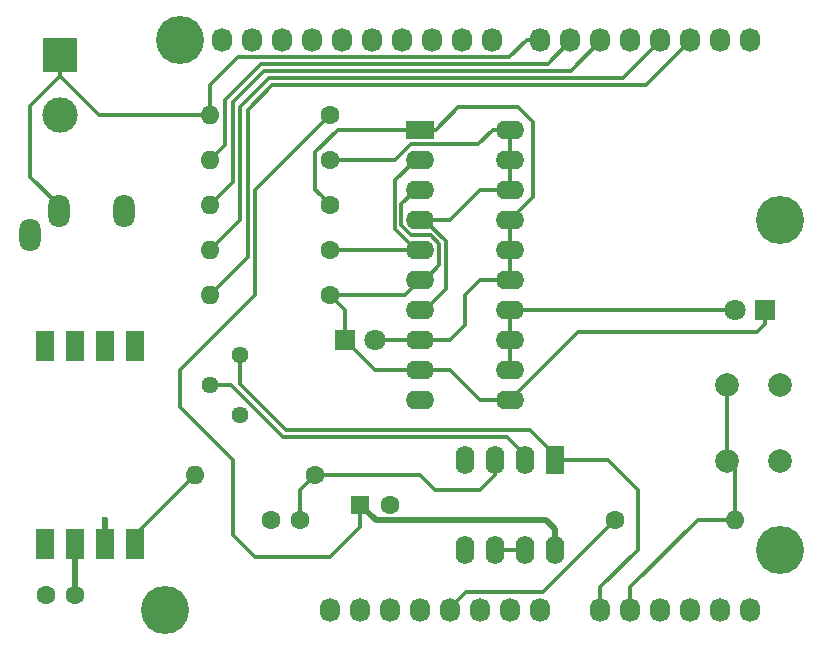
<source format=gbr>
G04 #@! TF.GenerationSoftware,KiCad,Pcbnew,(5.1.4)-1*
G04 #@! TF.CreationDate,2021-01-09T18:35:35-06:00*
G04 #@! TF.ProjectId,eom-uno-pressure-shield,656f6d2d-756e-46f2-9d70-726573737572,rev?*
G04 #@! TF.SameCoordinates,Original*
G04 #@! TF.FileFunction,Copper,L1,Top*
G04 #@! TF.FilePolarity,Positive*
%FSLAX46Y46*%
G04 Gerber Fmt 4.6, Leading zero omitted, Abs format (unit mm)*
G04 Created by KiCad (PCBNEW (5.1.4)-1) date 2021-01-09 18:35:35*
%MOMM*%
%LPD*%
G04 APERTURE LIST*
%ADD10C,1.800000*%
%ADD11R,1.800000X1.800000*%
%ADD12C,1.600000*%
%ADD13R,1.600000X1.600000*%
%ADD14O,1.600000X2.400000*%
%ADD15R,1.600000X2.400000*%
%ADD16C,1.440000*%
%ADD17C,2.000000*%
%ADD18O,1.600000X1.600000*%
%ADD19C,3.000000*%
%ADD20R,3.000000X3.000000*%
%ADD21O,1.800000X2.800000*%
%ADD22O,2.400000X1.600000*%
%ADD23R,2.400000X1.600000*%
%ADD24R,1.524000X2.540000*%
%ADD25O,1.727200X2.032000*%
%ADD26C,4.064000*%
%ADD27C,0.600000*%
%ADD28C,0.300000*%
%ADD29C,0.500000*%
%ADD30C,0.250000*%
G04 APERTURE END LIST*
D10*
X142748000Y-100965000D03*
D11*
X140208000Y-100965000D03*
D12*
X143978000Y-114935000D03*
D13*
X141478000Y-114935000D03*
D14*
X157988000Y-118745000D03*
X150368000Y-111125000D03*
X155448000Y-118745000D03*
X152908000Y-111125000D03*
X152908000Y-118745000D03*
X155448000Y-111125000D03*
X150368000Y-118745000D03*
D15*
X157988000Y-111125000D03*
D16*
X131318000Y-102235000D03*
X128778000Y-104775000D03*
X131318000Y-107315000D03*
D17*
X177038000Y-111275000D03*
X172538000Y-111275000D03*
X177038000Y-104775000D03*
X172538000Y-104775000D03*
D18*
X128778000Y-97155000D03*
D12*
X138938000Y-97155000D03*
D18*
X128778000Y-93345000D03*
D12*
X138938000Y-93345000D03*
D18*
X128778000Y-89535000D03*
D12*
X138938000Y-89535000D03*
D18*
X128778000Y-85725000D03*
D12*
X138938000Y-85725000D03*
D18*
X128778000Y-81915000D03*
D12*
X138938000Y-81915000D03*
D18*
X173228000Y-116205000D03*
D12*
X163068000Y-116205000D03*
D18*
X127508000Y-112395000D03*
D12*
X137668000Y-112395000D03*
D19*
X116078000Y-81915000D03*
D20*
X116078000Y-76835000D03*
D21*
X121438000Y-90075000D03*
X115938000Y-90075000D03*
X113538000Y-92075000D03*
D10*
X173228000Y-98425000D03*
D11*
X175768000Y-98425000D03*
D12*
X133898000Y-116205000D03*
X136398000Y-116205000D03*
X114848000Y-122555000D03*
X117348000Y-122555000D03*
D22*
X154178000Y-83185000D03*
X154178000Y-85725000D03*
X154178000Y-88265000D03*
X154178000Y-90805000D03*
X146558000Y-103505000D03*
X146558000Y-106045000D03*
X154178000Y-106045000D03*
X154178000Y-103505000D03*
X146558000Y-100965000D03*
X146558000Y-98425000D03*
X146558000Y-95885000D03*
X146558000Y-93345000D03*
X154178000Y-93345000D03*
X154178000Y-95885000D03*
X154178000Y-98425000D03*
X154178000Y-100965000D03*
X146558000Y-90805000D03*
X146558000Y-88265000D03*
X146558000Y-85725000D03*
D23*
X146558000Y-83185000D03*
D24*
X114808000Y-101473000D03*
X117348000Y-101473000D03*
X119888000Y-101473000D03*
X122428000Y-101473000D03*
X122428000Y-118237000D03*
X119888000Y-118237000D03*
X117348000Y-118237000D03*
X114808000Y-118237000D03*
D25*
X138938000Y-123825000D03*
X141478000Y-123825000D03*
X144018000Y-123825000D03*
X146558000Y-123825000D03*
X149098000Y-123825000D03*
X151638000Y-123825000D03*
X154178000Y-123825000D03*
X156718000Y-123825000D03*
X161798000Y-123825000D03*
X164338000Y-123825000D03*
X166878000Y-123825000D03*
X169418000Y-123825000D03*
X171958000Y-123825000D03*
X174498000Y-123825000D03*
X129794000Y-75565000D03*
X132334000Y-75565000D03*
X134874000Y-75565000D03*
X137414000Y-75565000D03*
X139954000Y-75565000D03*
X142494000Y-75565000D03*
X145034000Y-75565000D03*
X147574000Y-75565000D03*
X150114000Y-75565000D03*
X152654000Y-75565000D03*
X156718000Y-75565000D03*
X159258000Y-75565000D03*
X161798000Y-75565000D03*
X164338000Y-75565000D03*
X166878000Y-75565000D03*
X169418000Y-75565000D03*
X171958000Y-75565000D03*
X174498000Y-75565000D03*
D26*
X124968000Y-123825000D03*
X177038000Y-118745000D03*
X126238000Y-75565000D03*
X177038000Y-90805000D03*
D27*
X119888000Y-116205000D03*
D28*
X157988000Y-118745000D02*
X157988000Y-118345000D01*
D29*
X157228001Y-116285001D02*
X142828001Y-116285001D01*
X157988000Y-118745000D02*
X157988000Y-117045000D01*
X157988000Y-117045000D02*
X157228001Y-116285001D01*
X142828001Y-116285001D02*
X141478000Y-114935000D01*
D28*
X149098000Y-123672600D02*
X149098000Y-123825000D01*
X150411610Y-122358990D02*
X149098000Y-123672600D01*
X156914010Y-122358990D02*
X150411610Y-122358990D01*
X163068000Y-116205000D02*
X156914010Y-122358990D01*
X138938000Y-119380000D02*
X141478000Y-116840000D01*
X141478000Y-116840000D02*
X141478000Y-114935000D01*
X132588000Y-119380000D02*
X138938000Y-119380000D01*
X138938000Y-81915000D02*
X132553010Y-88299990D01*
X132553010Y-97189990D02*
X126238000Y-103505000D01*
X130683000Y-117475000D02*
X132588000Y-119380000D01*
X132553010Y-88299990D02*
X132553010Y-97189990D01*
X126238000Y-103505000D02*
X126238000Y-106680000D01*
X126238000Y-106680000D02*
X130683000Y-111125000D01*
X130683000Y-111125000D02*
X130683000Y-117475000D01*
D30*
X116078000Y-81325000D02*
X115938000Y-81185000D01*
X115938000Y-81185000D02*
X115938000Y-80685000D01*
D29*
X119888000Y-118237000D02*
X119888000Y-116205000D01*
X119888000Y-116205000D02*
X119888000Y-116205000D01*
D28*
X157988000Y-111125000D02*
X162433000Y-111125000D01*
X162433000Y-111125000D02*
X164973000Y-113665000D01*
X164973000Y-113665000D02*
X164973000Y-118745000D01*
X164973000Y-118745000D02*
X161798000Y-121920000D01*
X161798000Y-121920000D02*
X161798000Y-123825000D01*
X131318000Y-104734856D02*
X135203134Y-108619990D01*
X131318000Y-102235000D02*
X131318000Y-104734856D01*
X135203134Y-108619990D02*
X155882990Y-108619990D01*
X155882990Y-108619990D02*
X157988000Y-110725000D01*
X157988000Y-110725000D02*
X157988000Y-111125000D01*
X173228000Y-116205000D02*
X170053000Y-116205000D01*
X170053000Y-116205000D02*
X164338000Y-121920000D01*
X164338000Y-121920000D02*
X164338000Y-123825000D01*
X173228000Y-111965000D02*
X172538000Y-111275000D01*
X173228000Y-116205000D02*
X173228000Y-111965000D01*
X172538000Y-104775000D02*
X172538000Y-111275000D01*
X115938000Y-89575000D02*
X113538000Y-87175000D01*
X115938000Y-90075000D02*
X115938000Y-89575000D01*
X113538000Y-81175000D02*
X116078000Y-78635000D01*
X113538000Y-87175000D02*
X113538000Y-81175000D01*
X127646630Y-81915000D02*
X128778000Y-81915000D01*
X119358000Y-81915000D02*
X127646630Y-81915000D01*
X116078000Y-78635000D02*
X119358000Y-81915000D01*
X116078000Y-76835000D02*
X116078000Y-78635000D01*
X128778000Y-81915000D02*
X128778000Y-79375000D01*
X155554400Y-75565000D02*
X156718000Y-75565000D01*
X154088390Y-77031010D02*
X155554400Y-75565000D01*
X131121990Y-77031010D02*
X154088390Y-77031010D01*
X128778000Y-79375000D02*
X131121990Y-77031010D01*
X159258000Y-75717400D02*
X159258000Y-75565000D01*
X157344380Y-77631020D02*
X159258000Y-75717400D01*
X133061980Y-77631020D02*
X157344380Y-77631020D01*
X130028001Y-80664999D02*
X133061980Y-77631020D01*
X128778000Y-85725000D02*
X130028001Y-84474999D01*
X130028001Y-84474999D02*
X130028001Y-80664999D01*
X128778000Y-89535000D02*
X130683000Y-87630000D01*
X130683000Y-87630000D02*
X130683000Y-80858542D01*
X161798000Y-75717400D02*
X161798000Y-75565000D01*
X159284370Y-78231030D02*
X161798000Y-75717400D01*
X133310512Y-78231030D02*
X159284370Y-78231030D01*
X130683000Y-80858542D02*
X133310512Y-78231030D01*
X128778000Y-93345000D02*
X131318000Y-90805000D01*
X131318000Y-81280000D02*
X133766960Y-78831040D01*
X131318000Y-90805000D02*
X131318000Y-81280000D01*
X166878000Y-75717400D02*
X166878000Y-75565000D01*
X163764360Y-78831040D02*
X166878000Y-75717400D01*
X133766960Y-78831040D02*
X163764360Y-78831040D01*
X169418000Y-75717400D02*
X169418000Y-75565000D01*
X165704350Y-79431050D02*
X169418000Y-75717400D01*
X134015492Y-79431050D02*
X165704350Y-79431050D01*
X131953000Y-81493542D02*
X134015492Y-79431050D01*
X131953000Y-93980000D02*
X131953000Y-81493542D01*
X128778000Y-97155000D02*
X131953000Y-93980000D01*
X154178000Y-83185000D02*
X154178000Y-85725000D01*
X154178000Y-88265000D02*
X154178000Y-85725000D01*
X146558000Y-90805000D02*
X149098000Y-90805000D01*
X149098000Y-90805000D02*
X151638000Y-88265000D01*
X151638000Y-88265000D02*
X154178000Y-88265000D01*
X152678000Y-83185000D02*
X154178000Y-83185000D01*
X151473999Y-84389001D02*
X152678000Y-83185000D01*
X145791272Y-84389001D02*
X151473999Y-84389001D01*
X144455273Y-85725000D02*
X145791272Y-84389001D01*
X138938000Y-85725000D02*
X144455273Y-85725000D01*
X146958000Y-98425000D02*
X146558000Y-98425000D01*
X148716020Y-96666980D02*
X146958000Y-98425000D01*
X148716020Y-92616805D02*
X148716020Y-96666980D01*
X146904215Y-90805000D02*
X148716020Y-92616805D01*
X146558000Y-90805000D02*
X146904215Y-90805000D01*
X146558000Y-98425000D02*
X146158000Y-98425000D01*
X154178000Y-90805000D02*
X154178000Y-93345000D01*
X154178000Y-93345000D02*
X154178000Y-95885000D01*
X142748000Y-100965000D02*
X146558000Y-100965000D01*
X146558000Y-100965000D02*
X149098000Y-100965000D01*
X149098000Y-100965000D02*
X150368000Y-99695000D01*
X150368000Y-99695000D02*
X150368000Y-97155000D01*
X150368000Y-97155000D02*
X151638000Y-95885000D01*
X151638000Y-95885000D02*
X154178000Y-95885000D01*
X146558000Y-83185000D02*
X139573000Y-83185000D01*
X138138001Y-88735001D02*
X138938000Y-89535000D01*
X137687999Y-88284999D02*
X138138001Y-88735001D01*
X137687999Y-85070001D02*
X137687999Y-88284999D01*
X139573000Y-83185000D02*
X137687999Y-85070001D01*
X147874000Y-83185000D02*
X146558000Y-83185000D01*
X149779000Y-81280000D02*
X147874000Y-83185000D01*
X154813000Y-81280000D02*
X149779000Y-81280000D01*
X156083000Y-82550000D02*
X154813000Y-81280000D01*
X154178000Y-90805000D02*
X156083000Y-88900000D01*
X156083000Y-88900000D02*
X156083000Y-82550000D01*
X149098000Y-103505000D02*
X146558000Y-103505000D01*
X154178000Y-106045000D02*
X151638000Y-106045000D01*
X151638000Y-106045000D02*
X149098000Y-103505000D01*
X146558000Y-103505000D02*
X142748000Y-103505000D01*
X142748000Y-103505000D02*
X140208000Y-100965000D01*
X140208000Y-98425000D02*
X138938000Y-97155000D01*
X140208000Y-100965000D02*
X140208000Y-98425000D01*
X145288000Y-97155000D02*
X146558000Y-95885000D01*
X138938000Y-97155000D02*
X145288000Y-97155000D01*
X175768000Y-99625000D02*
X175063000Y-100330000D01*
X175768000Y-98425000D02*
X175768000Y-99625000D01*
X159893000Y-100330000D02*
X154178000Y-106045000D01*
X175063000Y-100330000D02*
X159893000Y-100330000D01*
X146958000Y-95885000D02*
X146558000Y-95885000D01*
X148162010Y-94680990D02*
X146958000Y-95885000D01*
X147456717Y-92140990D02*
X148162010Y-92846283D01*
X145791263Y-92140990D02*
X147456717Y-92140990D01*
X148162010Y-92846283D02*
X148162010Y-94680990D01*
X144953990Y-91303717D02*
X145791263Y-92140990D01*
X144953990Y-89469010D02*
X144953990Y-91303717D01*
X146158000Y-88265000D02*
X144953990Y-89469010D01*
X146558000Y-88265000D02*
X146158000Y-88265000D01*
X154178000Y-98425000D02*
X154178000Y-100965000D01*
X154178000Y-100965000D02*
X154178000Y-103505000D01*
X154178000Y-98425000D02*
X173228000Y-98425000D01*
X138938000Y-93345000D02*
X146558000Y-93345000D01*
X146158000Y-85725000D02*
X146558000Y-85725000D01*
X144399980Y-87483020D02*
X146158000Y-85725000D01*
X144399980Y-91586980D02*
X144399980Y-87483020D01*
X146158000Y-93345000D02*
X144399980Y-91586980D01*
X146558000Y-93345000D02*
X146158000Y-93345000D01*
D30*
X122428000Y-117729000D02*
X122682000Y-117475000D01*
X122428000Y-118237000D02*
X122428000Y-117729000D01*
D28*
X126708001Y-113194999D02*
X127508000Y-112395000D01*
X122428000Y-117475000D02*
X126708001Y-113194999D01*
X122428000Y-118237000D02*
X122428000Y-117475000D01*
X152908000Y-112395000D02*
X152908000Y-111125000D01*
X151638000Y-113665000D02*
X152908000Y-112395000D01*
X147828000Y-113665000D02*
X151638000Y-113665000D01*
X137668000Y-112395000D02*
X146558000Y-112395000D01*
X146558000Y-112395000D02*
X147828000Y-113665000D01*
X137668000Y-112395000D02*
X136398000Y-113665000D01*
X136398000Y-113665000D02*
X136398000Y-116205000D01*
X155448000Y-110725000D02*
X153943000Y-109220000D01*
X155448000Y-111125000D02*
X155448000Y-110725000D01*
X129796233Y-104775000D02*
X128778000Y-104775000D01*
X130509602Y-104775000D02*
X129796233Y-104775000D01*
X134954602Y-109220000D02*
X130509602Y-104775000D01*
X153943000Y-109220000D02*
X134954602Y-109220000D01*
X152908000Y-118745000D02*
X155448000Y-118745000D01*
D29*
X117348000Y-118237000D02*
X117348000Y-122555000D01*
M02*

</source>
